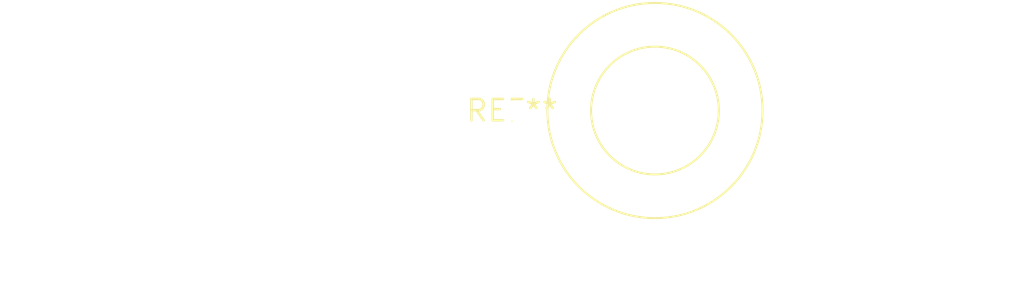
<source format=kicad_pcb>
(kicad_pcb (version 20240108) (generator pcbnew)
  (layers (0 "F.Cu" signal) (31 "B.Cu" signal) (34 "B.Paste" user) (35 "F.Paste" user) (36 "B.SilkS" user "B.Silkscreen") (37 "F.SilkS" user "F.Silkscreen") (38 "B.Mask" user) (39 "F.Mask" user) (44 "Edge.Cuts" user))
  (net 0 "")
  (footprint "Autotransformer_Toroid_1Tap_Horizontal_D12.5mm_Amidon-T44" (layer "F.Cu") (at 0 0)
    (property "Reference" "REF**")
    (property "Value" "Autotransformer_Toroid_1Tap_Horizontal_D12.5mm_Amidon-T44")
    (fp_circle (center 8.5 0) (end 12.3 0) (layer "F.SilkS") (stroke (width 0.12)) (fill none))
    (fp_circle (center 8.5 0) (end 14.9 0) (layer "F.SilkS") (stroke (width 0.12)) (fill none))
    (pad "1" thru_hole circle (at 0 0) (size 3 3) (drill 1.2) (layers *.Cu *.Mask) (remove_unused_layers))
    (pad "2" thru_hole circle (at 8.5 8.5) (size 3 3) (drill 1.2) (layers *.Cu *.Mask) (remove_unused_layers))
    (pad "3" thru_hole circle (at 17 0) (size 3 3) (drill 1.2) (layers *.Cu *.Mask) (remove_unused_layers))
  )
)
</source>
